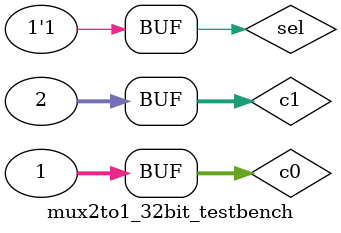
<source format=v>
module mux2to1_32bit_testbench();
	wire[31:0]out;
	reg[31:0]c0;
	reg[31:0]c1;
	reg sel;
	mux2to1_32bit muxA(out,c0,c1,sel);
	initial begin
		c0= 32'b01 ; c1= 32'b10; sel= 1'b0;
		#20;
		c0= 32'b01 ; c1= 32'b10; sel= 1'b1;
		#20;
	end
	initial begin
		$monitor(" c0=%32b c1=%32b sel=%1b out=%32b",c0,c1,sel,out);
	end						
endmodule
</source>
